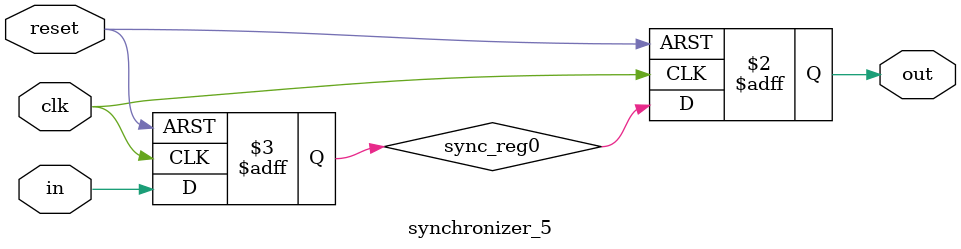
<source format=v>
module synchronizer_5 (
   out,
   in, clk, reset
   );
   parameter DW = 1;
   input  [DW-1:0] in;   
   input           clk;
   input 	   reset;
   output [DW-1:0] out;
   reg [DW-1:0] sync_reg0;
   reg [DW-1:0] out;
   always @ (posedge clk or posedge reset)
     if(reset)
       begin
	  sync_reg0[DW-1:0] <= {(DW){1'b0}};
	  out[DW-1:0]       <= {(DW){1'b0}};
	 end
     else
       begin
	  sync_reg0[DW-1:0] <= in[DW-1:0];
	  out[DW-1:0]       <= sync_reg0[DW-1:0];
       end
endmodule
</source>
